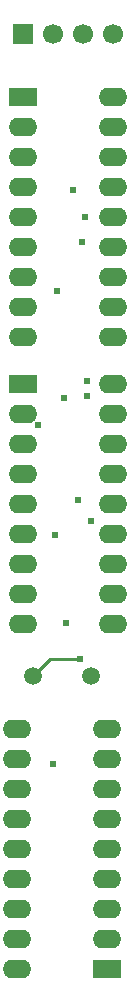
<source format=gtl>
G04 Layer: TopLayer*
G04 EasyEDA v6.5.34, 2023-08-27 08:43:48*
G04 e4fe155263a340deae7a3384ae965621,d57712b53ce844a48ecc409583de2b89,10*
G04 Gerber Generator version 0.2*
G04 Scale: 100 percent, Rotated: No, Reflected: No *
G04 Dimensions in millimeters *
G04 leading zeros omitted , absolute positions ,4 integer and 5 decimal *
%FSLAX45Y45*%
%MOMM*%

%ADD10C,0.2540*%
%ADD11R,1.7000X1.7000*%
%ADD12C,1.7000*%
%ADD13R,2.4000X1.6000*%
%ADD14O,2.3999952X1.5999968*%
%ADD15C,1.5000*%
%ADD16C,0.6100*%

%LPD*%
D10*
X1279017Y889000D02*
G01*
X1420952Y1030935D01*
X1670100Y1030935D01*
D11*
G01*
X1193800Y6324600D03*
D12*
G01*
X1447800Y6324600D03*
G01*
X1701800Y6324600D03*
G01*
X1955800Y6324600D03*
D13*
G01*
X1905000Y-1587500D03*
D14*
G01*
X1143000Y444500D03*
G01*
X1905000Y-1333500D03*
G01*
X1143000Y190500D03*
G01*
X1905000Y-1079500D03*
G01*
X1143000Y-63500D03*
G01*
X1905000Y-825500D03*
G01*
X1143000Y-317500D03*
G01*
X1905000Y-571500D03*
G01*
X1143000Y-571500D03*
G01*
X1905000Y-317500D03*
G01*
X1143000Y-825500D03*
G01*
X1905000Y-63500D03*
G01*
X1143000Y-1079500D03*
G01*
X1905000Y190500D03*
G01*
X1143000Y-1333500D03*
G01*
X1905000Y444500D03*
G01*
X1143000Y-1587500D03*
D13*
G01*
X1193800Y3365500D03*
D14*
G01*
X1955800Y1333500D03*
G01*
X1193800Y3111500D03*
G01*
X1955800Y1587500D03*
G01*
X1193800Y2857500D03*
G01*
X1955800Y1841500D03*
G01*
X1193800Y2603500D03*
G01*
X1955800Y2095500D03*
G01*
X1193800Y2349500D03*
G01*
X1955800Y2349500D03*
G01*
X1193800Y2095500D03*
G01*
X1955800Y2603500D03*
G01*
X1193800Y1841500D03*
G01*
X1955800Y2857500D03*
G01*
X1193800Y1587500D03*
G01*
X1955800Y3111500D03*
G01*
X1193800Y1333500D03*
G01*
X1955800Y3365500D03*
D13*
G01*
X1193800Y5791200D03*
D14*
G01*
X1955800Y3759200D03*
G01*
X1193800Y5537200D03*
G01*
X1955800Y4013200D03*
G01*
X1193800Y5283200D03*
G01*
X1955800Y4267200D03*
G01*
X1193800Y5029200D03*
G01*
X1955800Y4521200D03*
G01*
X1193800Y4775200D03*
G01*
X1955800Y4775200D03*
G01*
X1193800Y4521200D03*
G01*
X1955800Y5029200D03*
G01*
X1193800Y4267200D03*
G01*
X1955800Y5283200D03*
G01*
X1193800Y4013200D03*
G01*
X1955800Y5537200D03*
G01*
X1193800Y3759200D03*
G01*
X1955800Y5791200D03*
D15*
G01*
X1279017Y889000D03*
G01*
X1769008Y889000D03*
D16*
G01*
X1692325Y4568672D03*
G01*
X1661058Y2382062D03*
G01*
X1770354Y2201976D03*
G01*
X1552092Y1342313D03*
G01*
X1314856Y3013760D03*
G01*
X1536725Y3243453D03*
G01*
X1733727Y3264204D03*
G01*
X1481861Y4152163D03*
G01*
X1462684Y2085517D03*
G01*
X1718386Y4776520D03*
G01*
X1614703Y5006086D03*
G01*
X1732559Y3387877D03*
G01*
X1444218Y147726D03*
G01*
X1670100Y1030935D03*
M02*

</source>
